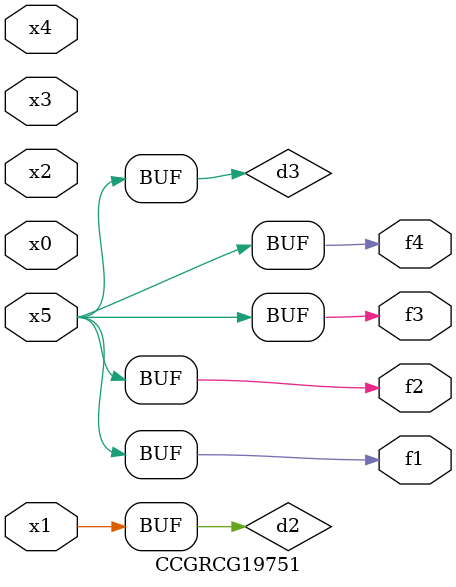
<source format=v>
module CCGRCG19751(
	input x0, x1, x2, x3, x4, x5,
	output f1, f2, f3, f4
);

	wire d1, d2, d3;

	not (d1, x5);
	or (d2, x1);
	xnor (d3, d1);
	assign f1 = d3;
	assign f2 = d3;
	assign f3 = d3;
	assign f4 = d3;
endmodule

</source>
